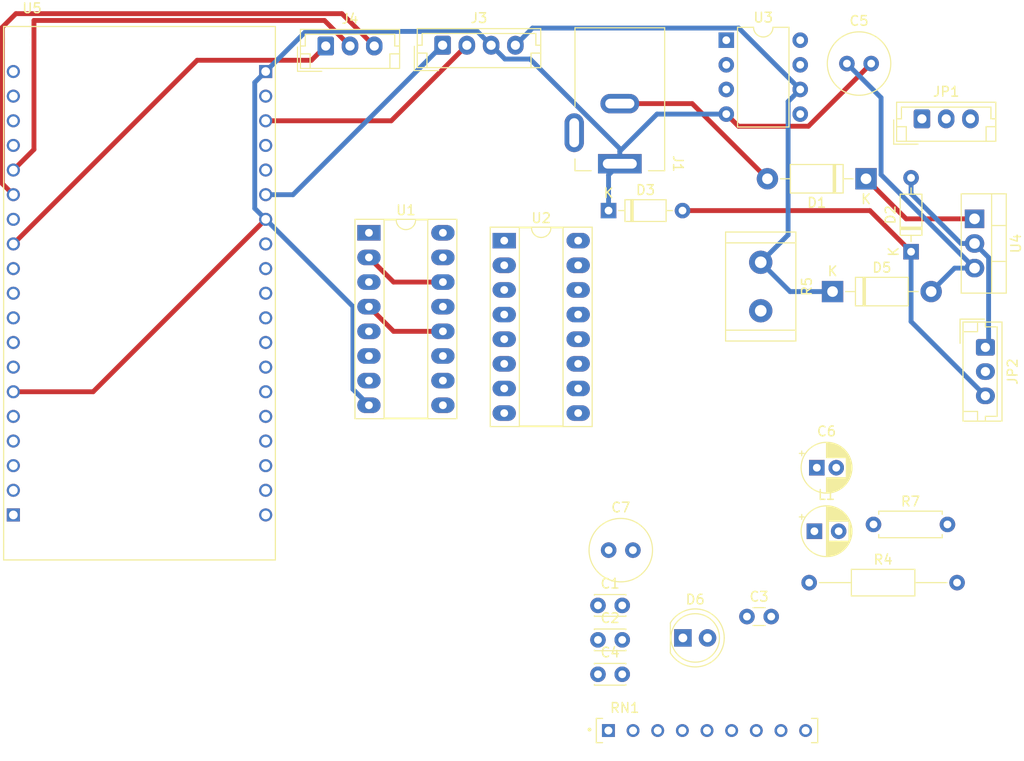
<source format=kicad_pcb>
(kicad_pcb (version 20221018) (generator pcbnew)
  (layers (0 "F.Cu" signal) (31 "B.Cu" signal) (34 "B.Paste" user) (35 "F.Paste" user) (36 "B.SilkS" user "B.Silkscreen") (37 "F.SilkS" user "F.Silkscreen") (38 "B.Mask" user) (39 "F.Mask" user) (44 "Edge.Cuts" user))
  (net 0 "")
  (net 1 "GNDREF")
  (net 2 "Net-(U3-TC)")
  (net 4 "/DO0")
  (net 6 "/DO1")
  (net 8 "/DO2")
  (net 10 "/DO3")
  (net 12 "/DO4")
  (net 16 "/DO5")
  (net 24 "/DO6")
  (net 32 "/DO7")
  (net 33 "Net-(D2-A)")
  (net 34 "Net-(D1-K)")
  (net 35 "+12V")
  (net 36 "VCC")
  (net 37 "+5V")
  (net 38 "Net-(D4-A)")
  (net 39 "/MCU/SDA")
  (net 40 "Net-(D5-A)")
  (net 41 "Net-(D2-K)")
  (net 42 "Net-(U3-Ipk)")
  (net 43 "Net-(U3-DC)")
  (net 44 "VCOM")
  (net 45 "Net-(D6-A)")
  (net 46 "Net-(JP1-A)")
  (net 47 "Net-(JP1-B)")
  (net 48 "Net-(U3-Vfb)")
  (net 50 "/MCU/SCL")
  (net 53 "/MCU/encA")
  (net 75 "/MCU/encB")
  (net 77 "/MCU/encButton")
  (footprint "Package_DIP:DIP-8_W7.62mm" (layer "F.Cu") (at 127.73 22.45)
    (fp_text reference "U3" (at 3.81 -2.33) (layer "F.SilkS"))
    (fp_text value "MC34063AP")
    (pad "1" thru_hole rect (at 0 0) (size 1.6 1.6) (drill 0.8) (layers "*.Cu" "*.Mask") (net 38 "Net-(D4-A)"))
    (pad "2" thru_hole oval (at 0 2.54) (size 1.6 1.6) (drill 0.8) (layers "*.Cu" "*.Mask") (net 1 "GNDREF"))
    (pad "3" thru_hole oval (at 0 5.08) (size 1.6 1.6) (drill 0.8) (layers "*.Cu" "*.Mask") (net 2 "Net-(U3-TC)"))
    (pad "4" thru_hole oval (at 0 7.62) (size 1.6 1.6) (drill 0.8) (layers "*.Cu" "*.Mask") (net 1 "GNDREF"))
    (pad "5" thru_hole oval (at 7.62 7.62) (size 1.6 1.6) (drill 0.8) (layers "*.Cu" "*.Mask") (net 48 "Net-(U3-Vfb)"))
    (pad "6" thru_hole oval (at 7.62 5.08) (size 1.6 1.6) (drill 0.8) (layers "*.Cu" "*.Mask") (net 36 "VCC"))
    (pad "7" thru_hole oval (at 7.62 2.54) (size 1.6 1.6) (drill 0.8) (layers "*.Cu" "*.Mask") (net 42 "Net-(U3-Ipk)"))
    (pad "8" thru_hole oval (at 7.62 0) (size 1.6 1.6) (drill 0.8) (layers "*.Cu" "*.Mask") (net 43 "Net-(U3-DC)"))
  )
  (footprint "Package_TO_SOT_THT:TO-220-3_Vertical" (layer "F.Cu") (at 153.31 40.87 -90)
    (fp_text reference "U4" (at 2.54 -4.27 90) (layer "F.SilkS"))
    (fp_text value "LM7805_TO220")
    (pad "1" thru_hole rect (at 0 0 270) (size 1.905 2) (drill 1.1) (layers "*.Cu" "*.Mask") (net 34 "Net-(D1-K)"))
    (pad "2" thru_hole oval (at 2.54 0 270) (size 1.905 2) (drill 1.1) (layers "*.Cu" "*.Mask") (net 33 "Net-(D2-A)"))
    (pad "3" thru_hole oval (at 5.08 0 270) (size 1.905 2) (drill 1.1) (layers "*.Cu" "*.Mask") (net 40 "Net-(D5-A)"))
  )
  (footprint "Connector_JST:JST_EH_B3B-EH-A_1x03_P2.50mm_Vertical" (layer "F.Cu") (at 147.89 30.56)
    (fp_text reference "JP1" (at 2.5 -2.8) (layer "F.SilkS"))
    (fp_text value "Jumper_3_Bridged12")
    (pad "1" thru_hole roundrect (at 0 0) (size 1.7 1.95) (drill 0.95) (layers "*.Cu" "*.Mask") (roundrect_rratio 0.147059) (net 46 "Net-(JP1-A)"))
    (pad "2" thru_hole oval (at 2.5 0) (size 1.7 1.95) (drill 0.95) (layers "*.Cu" "*.Mask") (net 47 "Net-(JP1-B)"))
    (pad "3" thru_hole oval (at 5 0) (size 1.7 1.95) (drill 0.95) (layers "*.Cu" "*.Mask") (net 47 "Net-(JP1-B)"))
  )
  (footprint "Diode_THT:D_DO-35_SOD27_P7.62mm_Horizontal" (layer "F.Cu") (at 115.6 40.02)
    (fp_text reference "D3" (at 3.81 -2.12) (layer "F.SilkS"))
    (fp_text value "1N4148")
    (fp_text user "K" (at 0 -1.8) (layer "F.SilkS"))
    (pad "1" thru_hole rect (at 0 0) (size 1.6 1.6) (drill 0.8) (layers "*.Cu" "*.Mask") (net 1 "GNDREF"))
    (pad "2" thru_hole oval (at 7.62 0) (size 1.6 1.6) (drill 0.8) (layers "*.Cu" "*.Mask") (net 41 "Net-(D2-K)"))
  )
  (footprint "Capacitor_THT:C_Disc_D3.0mm_W1.6mm_P2.50mm" (layer "F.Cu") (at 129.86 81.88)
    (fp_text reference "C3" (at 1.25 -2.05) (layer "F.SilkS"))
    (fp_text value "1n")
    (pad "1" thru_hole circle (at 0 0) (size 1.6 1.6) (drill 0.8) (layers "*.Cu" "*.Mask") (net 1 "GNDREF"))
    (pad "2" thru_hole circle (at 2.5 0) (size 1.6 1.6) (drill 0.8) (layers "*.Cu" "*.Mask") (net 2 "Net-(U3-TC)"))
  )
  (footprint "Diode_THT:D_DO-41_SOD81_P10.16mm_Horizontal" (layer "F.Cu") (at 138.68 48.37)
    (fp_text reference "D5" (at 5.08 -2.47) (layer "F.SilkS"))
    (fp_text value "1N4001")
    (fp_text user "K" (at 0 -2.1) (layer "F.SilkS"))
    (pad "1" thru_hole rect (at 0 0) (size 2.2 2.2) (drill 1.1) (layers "*.Cu" "*.Mask") (net 36 "VCC"))
    (pad "2" thru_hole oval (at 10.16 0) (size 2.2 2.2) (drill 1.1) (layers "*.Cu" "*.Mask") (net 40 "Net-(D5-A)"))
  )
  (footprint "Connector_BarrelJack:BarrelJack_Kycon_KLDX-0202-xC_Horizontal" (layer "F.Cu") (at 116.76 35.19 -90)
    (fp_text reference "J1" (at 0 -6 -90 unlocked) (layer "F.SilkS"))
    (fp_text value "Barrel_Jack")
    (pad "1" thru_hole rect (at 0 0 270) (size 2 4.5) (drill oval 1 3.5) (layers "*.Cu" "*.Mask") (net 1 "GNDREF"))
    (pad "2" thru_hole oval (at -6.2 0 270) (size 2 4) (drill oval 1 3) (layers "*.Cu" "*.Mask") (net 35 "+12V"))
    (pad "3" thru_hole oval (at -3.2 4.7) (size 2 4) (drill oval 1 3) (layers "*.Cu" "*.Mask"))
  )
  (footprint "LED_THT:LED_D5.0mm" (layer "F.Cu") (at 123.26 84.08)
    (fp_text reference "D6" (at 1.27 -3.96) (layer "F.SilkS"))
    (fp_text value "RED")
    (pad "1" thru_hole rect (at 0 0) (size 1.8 1.8) (drill 0.9) (layers "*.Cu" "*.Mask") (net 1 "GNDREF"))
    (pad "2" thru_hole circle (at 2.54 0) (size 1.8 1.8) (drill 0.9) (layers "*.Cu" "*.Mask") (net 45 "Net-(D6-A)"))
  )
  (footprint "Connector_JST:JST_EH_B4B-EH-A_1x04_P2.50mm_Vertical" (layer "F.Cu") (at 98.5 22.97)
    (fp_text reference "J3" (at 3.75 -2.8) (layer "F.SilkS"))
    (fp_text value "Conn_01x04_Pin")
    (pad "1" thru_hole roundrect (at 0 0) (size 1.7 1.95) (drill 0.95) (layers "*.Cu" "*.Mask") (roundrect_rratio 0.147059) (net 39 "/MCU/SDA"))
    (pad "2" thru_hole oval (at 2.5 0) (size 1.7 1.95) (drill 0.95) (layers "*.Cu" "*.Mask") (net 50 "/MCU/SCL"))
    (pad "3" thru_hole oval (at 5 0) (size 1.7 1.95) (drill 0.95) (layers "*.Cu" "*.Mask") (net 1 "GNDREF"))
    (pad "4" thru_hole oval (at 7.5 0) (size 1.7 1.95) (drill 0.95) (layers "*.Cu" "*.Mask") (net 36 "VCC"))
  )
  (footprint "AndrewLib:SIP249W50P254L2281H508Q9" (layer "F.Cu") (at 125.745 93.63)
    (fp_text reference "RN1" (at -8.48 -2.335) (layer "F.SilkS"))
    (fp_text value "4609X-101-103LF")
    (pad "1" thru_hole rect (at -10.16 0) (size 1.328 1.328) (drill 0.82) (layers "*.Cu" "*.Mask") (net 36 "VCC"))
    (pad "2" thru_hole circle (at -7.62 0) (size 1.328 1.328) (drill 0.82) (layers "*.Cu" "*.Mask") (net 4 "/DO0"))
    (pad "3" thru_hole circle (at -5.08 0) (size 1.328 1.328) (drill 0.82) (layers "*.Cu" "*.Mask") (net 6 "/DO1"))
    (pad "4" thru_hole circle (at -2.54 0) (size 1.328 1.328) (drill 0.82) (layers "*.Cu" "*.Mask") (net 8 "/DO2"))
    (pad "5" thru_hole circle (at 0 0) (size 1.328 1.328) (drill 0.82) (layers "*.Cu" "*.Mask") (net 10 "/DO3"))
    (pad "6" thru_hole circle (at 2.54 0) (size 1.328 1.328) (drill 0.82) (layers "*.Cu" "*.Mask") (net 12 "/DO4"))
    (pad "7" thru_hole circle (at 5.08 0) (size 1.328 1.328) (drill 0.82) (layers "*.Cu" "*.Mask") (net 16 "/DO5"))
    (pad "8" thru_hole circle (at 7.62 0) (size 1.328 1.328) (drill 0.82) (layers "*.Cu" "*.Mask") (net 24 "/DO6"))
    (pad "9" thru_hole circle (at 10.16 0) (size 1.328 1.328) (drill 0.82) (layers "*.Cu" "*.Mask") (net 32 "/DO7"))
  )
  (footprint "Connector_JST:JST_EH_B3B-EH-A_1x03_P2.50mm_Vertical" (layer "F.Cu") (at 86.46 23.05)
    (fp_text reference "J4" (at 2.5 -2.8) (layer "F.SilkS"))
    (fp_text value "Conn_01x03_Pin")
    (pad "1" thru_hole roundrect (at 0 0) (size 1.7 1.95) (drill 0.95) (layers "*.Cu" "*.Mask") (roundrect_rratio 0.147059) (net 53 "/MCU/encA"))
    (pad "2" thru_hole oval (at 2.5 0) (size 1.7 1.95) (drill 0.95) (layers "*.Cu" "*.Mask") (net 75 "/MCU/encB"))
    (pad "3" thru_hole oval (at 5 0) (size 1.7 1.95) (drill 0.95) (layers "*.Cu" "*.Mask") (net 77 "/MCU/encButton"))
  )
  (footprint "Package_DIP:DIP-16_W7.62mm_Socket_LongPads" (layer "F.Cu") (at 104.85 43.12)
    (fp_text reference "U2" (at 3.81 -2.33) (layer "F.SilkS"))
    (fp_text value "74LS367")
    (pad "1" thru_hole rect (at 0 0) (size 2.4 1.6) (drill 0.8) (layers "*.Cu" "*.Mask"))
    (pad "2" thru_hole oval (at 0 2.54) (size 2.4 1.6) (drill 0.8) (layers "*.Cu" "*.Mask"))
    (pad "3" thru_hole oval (at 0 5.08) (size 2.4 1.6) (drill 0.8) (layers "*.Cu" "*.Mask"))
    (pad "4" thru_hole oval (at 0 7.62) (size 2.4 1.6) (drill 0.8) (layers "*.Cu" "*.Mask"))
    (pad "5" thru_hole oval (at 0 10.16) (size 2.4 1.6) (drill 0.8) (layers "*.Cu" "*.Mask"))
    (pad "6" thru_hole oval (at 0 12.7) (size 2.4 1.6) (drill 0.8) (layers "*.Cu" "*.Mask"))
    (pad "7" thru_hole oval (at 0 15.24) (size 2.4 1.6) (drill 0.8) (layers "*.Cu" "*.Mask"))
    (pad "8" thru_hole oval (at 0 17.78) (size 2.4 1.6) (drill 0.8) (layers "*.Cu" "*.Mask") (net 1 "GNDREF"))
    (pad "9" thru_hole oval (at 7.62 17.78) (size 2.4 1.6) (drill 0.8) (layers "*.Cu" "*.Mask"))
    (pad "10" thru_hole oval (at 7.62 15.24) (size 2.4 1.6) (drill 0.8) (layers "*.Cu" "*.Mask"))
    (pad "11" thru_hole oval (at 7.62 12.7) (size 2.4 1.6) (drill 0.8) (layers "*.Cu" "*.Mask"))
    (pad "12" thru_hole oval (at 7.62 10.16) (size 2.4 1.6) (drill 0.8) (layers "*.Cu" "*.Mask"))
    (pad "13" thru_hole oval (at 7.62 7.62) (size 2.4 1.6) (drill 0.8) (layers "*.Cu" "*.Mask"))
    (pad "14" thru_hole oval (at 7.62 5.08) (size 2.4 1.6) (drill 0.8) (layers "*.Cu" "*.Mask"))
    (pad "15" thru_hole oval (at 7.62 2.54) (size 2.4 1.6) (drill 0.8) (layers "*.Cu" "*.Mask"))
    (pad "16" thru_hole oval (at 7.62 0) (size 2.4 1.6) (drill 0.8) (layers "*.Cu" "*.Mask") (net 37 "+5V"))
  )
  (footprint "Diode_THT:D_DO-41_SOD81_P10.16mm_Horizontal" (layer "F.Cu") (at 142.13 36.74 180)
    (fp_text reference "D1" (at 5.08 -2.47) (layer "F.SilkS"))
    (fp_text value "1N4001")
    (fp_text user "K" (at 0 -2.1) (layer "F.SilkS"))
    (pad "1" thru_hole rect (at 0 0 180) (size 2.2 2.2) (drill 1.1) (layers "*.Cu" "*.Mask") (net 34 "Net-(D1-K)"))
    (pad "2" thru_hole oval (at 10.16 0 180) (size 2.2 2.2) (drill 1.1) (layers "*.Cu" "*.Mask") (net 35 "+12V"))
  )
  (footprint "Diode_THT:D_DO-35_SOD27_P7.62mm_Horizontal" (layer "F.Cu") (at 146.77 44.26 90)
    (fp_text reference "D2" (at 3.81 -2.12 90) (layer "F.SilkS"))
    (fp_text value "1N4148")
    (fp_text user "K" (at 0 -1.8 90) (layer "F.SilkS"))
    (pad "1" thru_hole rect (at 0 0 90) (size 1.6 1.6) (drill 0.8) (layers "*.Cu" "*.Mask") (net 41 "Net-(D2-K)"))
    (pad "2" thru_hole oval (at 7.62 0 90) (size 1.6 1.6) (drill 0.8) (layers "*.Cu" "*.Mask") (net 33 "Net-(D2-A)"))
  )
  (footprint "Capacitor_THT:C_Disc_D3.0mm_W2.0mm_P2.50mm" (layer "F.Cu") (at 114.51 80.73)
    (fp_text reference "C1" (at 1.25 -2.25) (layer "F.SilkS"))
    (fp_text value "100n")
    (pad "1" thru_hole circle (at 0 0) (size 1.6 1.6) (drill 0.8) (layers "*.Cu" "*.Mask") (net 36 "VCC"))
    (pad "2" thru_hole circle (at 2.5 0) (size 1.6 1.6) (drill 0.8) (layers "*.Cu" "*.Mask") (net 1 "GNDREF"))
  )
  (footprint "AndrewLib:MODULE_ESP32_NODEMCU" (layer "F.Cu") (at 67.27 48.54)
    (fp_text reference "U5" (at -11.075 -29.385) (layer "F.SilkS"))
    (fp_text value "ESP32_NODEMCU")
    (pad "" np_thru_hole circle (at -12.5 -26) (size 2.25 2.25) (drill 2.25) (layers "*.Cu" "*.Mask"))
    (pad "" np_thru_hole circle (at -12.5 26) (size 2.25 2.25) (drill 2.25) (layers "*.Cu" "*.Mask"))
    (pad "" np_thru_hole circle (at 12.5 -26) (size 2.25 2.25) (drill 2.25) (layers "*.Cu" "*.Mask"))
    (pad "" np_thru_hole circle (at 12.5 26) (size 2.25 2.25) (drill 2.25) (layers "*.Cu" "*.Mask"))
    (pad "J4_1" thru_hole rect (at 13 -22.86) (size 1.35 1.35) (drill 0.9) (layers "*.Cu" "*.Mask") (net 1 "GNDREF"))
    (pad "J4_2" thru_hole circle (at 13 -20.32) (size 1.35 1.35) (drill 0.9) (layers "*.Cu" "*.Mask"))
    (pad "J4_3" thru_hole circle (at 13 -17.78) (size 1.35 1.35) (drill 0.9) (layers "*.Cu" "*.Mask") (net 50 "/MCU/SCL"))
    (pad "J4_4" thru_hole circle (at 13 -15.24) (size 1.35 1.35) (drill 0.9) (layers "*.Cu" "*.Mask"))
    (pad "J4_5" thru_hole circle (at 13 -12.7) (size 1.35 1.35) (drill 0.9) (layers "*.Cu" "*.Mask"))
    (pad "J4_6" thru_hole circle (at 13 -10.16) (size 1.35 1.35) (drill 0.9) (layers "*.Cu" "*.Mask") (net 39 "/MCU/SDA"))
    (pad "J4_7" thru_hole circle (at 13 -7.62) (size 1.35 1.35) (drill 0.9) (layers "*.Cu" "*.Mask") (net 1 "GNDREF"))
    (pad "J4_8" thru_hole circle (at 13 -5.08) (size 1.35 1.35) (drill 0.9) (layers "*.Cu" "*.Mask"))
    (pad "J4_9" thru_hole circle (at 13 -2.54) (size 1.35 1.35) (drill 0.9) (layers "*.Cu" "*.Mask"))
    (pad "J4_10" thru_hole circle (at 13 0) (size 1.35 1.35) (drill 0.9) (layers "*.Cu" "*.Mask"))
    (pad "J4_11" thru_hole circle (at 13 2.54) (size 1.35 1.35) (drill 0.9) (layers "*.Cu" "*.Mask"))
    (pad "J4_12" thru_hole circle (at 13 5.08) (size 1.35 1.35) (drill 0.9) (layers "*.Cu" "*.Mask"))
    (pad "J4_13" thru_hole circle (at 13 7.62) (size 1.35 1.35) (drill 0.9) (layers "*.Cu" "*.Mask"))
    (pad "J4_14" thru_hole circle (at 13 10.16) (size 1.35 1.35) (drill 0.9) (layers "*.Cu" "*.Mask"))
    (pad "J4_15" thru_hole circle (at 13 12.7) (size 1.35 1.35) (drill 0.9) (layers "*.Cu" "*.Mask"))
    (pad "J4_16" thru_hole circle (at 13 15.24) (size 1.35 1.35) (drill 0.9) (layers "*.Cu" "*.Mask"))
    (pad "J4_17" thru_hole circle (at 13 17.78) (size 1.35 1.35) (drill 0.9) (layers "*.Cu" "*.Mask"))
    (pad "J4_18" thru_hole circle (at 13 20.32) (size 1.35 1.35) (drill 0.9) (layers "*.Cu" "*.Mask"))
    (pad "J4_19" thru_hole circle (at 13 22.86) (size 1.35 1.35) (drill 0.9) (layers "*.Cu" "*.Mask"))
    (pad "J5_1" thru_hole rect (at -13 22.86) (size 1.35 1.35) (drill 0.9) (layers "*.Cu" "*.Mask") (net 36 "VCC"))
    (pad "J5_2" thru_hole circle (at -13 20.32) (size 1.35 1.35) (drill 0.9) (layers "*.Cu" "*.Mask"))
    (pad "J5_3" thru_hole circle (at -13 17.78) (size 1.35 1.35) (drill 0.9) (layers "*.Cu" "*.Mask"))
    (pad "J5_4" thru_hole circle (at -13 15.24) (size 1.35 1.35) (drill 0.9) (layers "*.Cu" "*.Mask"))
    (pad "J5_5" thru_hole circle (at -13 12.7) (size 1.35 1.35) (drill 0.9) (layers "*.Cu" "*.Mask"))
    (pad "J5_6" thru_hole circle (at -13 10.16) (size 1.35 1.35) (drill 0.9) (layers "*.Cu" "*.Mask") (net 1 "GNDREF"))
    (pad "J5_7" thru_hole circle (at -13 7.62) (size 1.35 1.35) (drill 0.9) (layers "*.Cu" "*.Mask"))
    (pad "J5_8" thru_hole circle (at -13 5.08) (size 1.35 1.35) (drill 0.9) (layers "*.Cu" "*.Mask"))
    (pad "J5_9" thru_hole circle (at -13 2.54) (size 1.35 1.35) (drill 0.9) (layers "*.Cu" "*.Mask"))
    (pad "J5_10" thru_hole circle (at -13 0) (size 1.35 1.35) (drill 0.9) (layers "*.Cu" "*.Mask"))
    (pad "J5_11" thru_hole circle (at -13 -2.54) (size 1.35 1.35) (drill 0.9) (layers "*.Cu" "*.Mask"))
    (pad "J5_12" thru_hole circle (at -13 -5.08) (size 1.35 1.35) (drill 0.9) (layers "*.Cu" "*.Mask") (net 53 "/MCU/encA"))
    (pad "J5_13" thru_hole circle (at -13 -7.62) (size 1.35 1.35) (drill 0.9) (layers "*.Cu" "*.Mask"))
    (pad "J5_14" thru_hole circle (at -13 -10.16) (size 1.35 1.35) (drill 0.9) (layers "*.Cu" "*.Mask") (net 77 "/MCU/encButton"))
    (pad "J5_15" thru_hole circle (at -13 -12.7) (size 1.35 1.35) (drill 0.9) (layers "*.Cu" "*.Mask") (net 75 "/MCU/encB"))
    (pad "J5_16" thru_hole circle (at -13 -15.24) (size 1.35 1.35) (drill 0.9) (layers "*.Cu" "*.Mask"))
    (pad "J5_17" thru_hole circle (at -13 -17.78) (size 1.35 1.35) (drill 0.9) (layers "*.Cu" "*.Mask"))
    (pad "J5_18" thru_hole circle (at -13 -20.32) (size 1.35 1.35) (drill 0.9) (layers "*.Cu" "*.Mask"))
    (pad "J5_19" thru_hole circle (at -13 -22.86) (size 1.35 1.35) (drill 0.9) (layers "*.Cu" "*.Mask"))
  )
  (footprint "Capacitor_THT:C_Radial_D6.3mm_H5.0mm_P2.50mm" (layer "F.Cu") (at 115.61 75.03)
    (fp_text reference "C7" (at 1.25 -4.4) (layer "F.SilkS"))
    (fp_text value "33u")
    (pad "1" thru_hole circle (at 0 0) (size 1.6 1.6) (drill 0.8) (layers "*.Cu" "*.Mask") (net 36 "VCC"))
    (pad "2" thru_hole circle (at 2.5 0) (size 1.6 1.6) (drill 0.8) (layers "*.Cu" "*.Mask") (net 1 "GNDREF"))
  )
  (footprint "Capacitor_THT:C_Disc_D3.0mm_W2.0mm_P2.50mm" (layer "F.Cu") (at 114.51 84.28)
    (fp_text reference "C2" (at 1.25 -2.25) (layer "F.SilkS"))
    (fp_text value "100n")
    (pad "1" thru_hole circle (at 0 0) (size 1.6 1.6) (drill 0.8) (layers "*.Cu" "*.Mask") (net 36 "VCC"))
    (pad "2" thru_hole circle (at 2.5 0) (size 1.6 1.6) (drill 0.8) (layers "*.Cu" "*.Mask") (net 1 "GNDREF"))
  )
  (footprint "Capacitor_THT:CP_Radial_D5.0mm_P2.50mm" (layer "F.Cu") (at 136.809775 73.08)
    (fp_text reference "L1" (at 1.25 -3.75) (layer "F.SilkS"))
    (fp_text value "100uH")
    (pad "1" thru_hole rect (at 0 0) (size 1.6 1.6) (drill 0.8) (layers "*.Cu" "*.Mask") (net 38 "Net-(D4-A)"))
    (pad "2" thru_hole circle (at 2.5 0) (size 1.6 1.6) (drill 0.8) (layers "*.Cu" "*.Mask") (net 42 "Net-(U3-Ipk)"))
  )
  (footprint "Resistor_THT:R_Axial_DIN0207_L6.3mm_D2.5mm_P7.62mm_Horizontal" (layer "F.Cu") (at 142.9 72.38)
    (fp_text reference "R7" (at 3.81 -2.37) (layer "F.SilkS"))
    (fp_text value "1.2k")
    (pad "1" thru_hole circle (at 0 0) (size 1.6 1.6) (drill 0.8) (layers "*.Cu" "*.Mask") (net 36 "VCC"))
    (pad "2" thru_hole oval (at 7.62 0) (size 1.6 1.6) (drill 0.8) (layers "*.Cu" "*.Mask") (net 45 "Net-(D6-A)"))
  )
  (footprint "Connector_JST:JST_EH_B3B-EH-A_1x03_P2.50mm_Vertical" (layer "F.Cu") (at 154.43 54.12 -90)
    (fp_text reference "JP2" (at 2.5 -2.8 90) (layer "F.SilkS"))
    (fp_text value "Jumper_3_Bridged12")
    (pad "1" thru_hole roundrect (at 0 0 270) (size 1.7 1.95) (drill 0.95) (layers "*.Cu" "*.Mask") (roundrect_rratio 0.147059) (net 33 "Net-(D2-A)"))
    (pad "2" thru_hole oval (at 2.5 0 270) (size 1.7 1.95) (drill 0.95) (layers "*.Cu" "*.Mask") (net 1 "GNDREF"))
    (pad "3" thru_hole oval (at 5 0 270) (size 1.7 1.95) (drill 0.95) (layers "*.Cu" "*.Mask") (net 41 "Net-(D2-K)"))
  )
  (footprint "Package_DIP:DIP-16_W7.62mm_Socket_LongPads" (layer "F.Cu") (at 90.91 42.31)
    (fp_text reference "U1" (at 3.81 -2.33) (layer "F.SilkS"))
    (fp_text value "74LS367")
    (pad "1" thru_hole rect (at 0 0) (size 2.4 1.6) (drill 0.8) (layers "*.Cu" "*.Mask"))
    (pad "2" thru_hole oval (at 0 2.54) (size 2.4 1.6) (drill 0.8) (layers "*.Cu" "*.Mask") (net 4 "/DO0"))
    (pad "3" thru_hole oval (at 0 5.08) (size 2.4 1.6) (drill 0.8) (layers "*.Cu" "*.Mask"))
    (pad "4" thru_hole oval (at 0 7.62) (size 2.4 1.6) (drill 0.8) (layers "*.Cu" "*.Mask") (net 6 "/DO1"))
    (pad "5" thru_hole oval (at 0 10.16) (size 2.4 1.6) (drill 0.8) (layers "*.Cu" "*.Mask"))
    (pad "6" thru_hole oval (at 0 12.7) (size 2.4 1.6) (drill 0.8) (layers "*.Cu" "*.Mask") (net 8 "/DO2"))
    (pad "7" thru_hole oval (at 0 15.24) (size 2.4 1.6) (drill 0.8) (layers "*.Cu" "*.Mask"))
    (pad "8" thru_hole oval (at 0 17.78) (size 2.4 1.6) (drill 0.8) (layers "*.Cu" "*.Mask") (net 1 "GNDREF"))
    (pad "9" thru_hole oval (at 7.62 17.78) (size 2.4 1.6) (drill 0.8) (layers "*.Cu" "*.Mask"))
    (pad "10" thru_hole oval (at 7.62 15.24) (size 2.4 1.6) (drill 0.8) (layers "*.Cu" "*.Mask") (net 10 "/DO3"))
    (pad "11" thru_hole oval (at 7.62 12.7) (size 2.4 1.6) (drill 0.8) (layers "*.Cu" "*.Mask"))
    (pad "12" thru_hole oval (at 7.62 10.16) (size 2.4 1.6) (drill 0.8) (layers "*.Cu" "*.Mask") (net 6 "/DO1"))
    (pad "13" thru_hole oval (at 7.62 7.62) (size 2.4 1.6) (drill 0.8) (layers "*.Cu" "*.Mask"))
    (pad "14" thru_hole oval (at 7.62 5.08) (size 2.4 1.6) (drill 0.8) (layers "*.Cu" "*.Mask") (net 4 "/DO0"))
    (pad "15" thru_hole oval (at 7.62 2.54) (size 2.4 1.6) (drill 0.8) (layers "*.Cu" "*.Mask"))
    (pad "16" thru_hole oval (at 7.62 0) (size 2.4 1.6) (drill 0.8) (layers "*.Cu" "*.Mask") (net 37 "+5V"))
  )
  (footprint "Resistor_THT:R_Axial_DIN0207_L6.3mm_D2.5mm_P15.24mm_Horizontal" (layer "F.Cu") (at 136.27 78.38)
    (fp_text reference "R4" (at 7.62 -2.37) (layer "F.SilkS"))
    (fp_text value "220")
    (pad "1" thru_hole circle (at 0 0) (size 1.6 1.6) (drill 0.8) (layers "*.Cu" "*.Mask") (net 43 "Net-(U3-DC)"))
    (pad "2" thru_hole oval (at 15.24 0) (size 1.6 1.6) (drill 0.8) (layers "*.Cu" "*.Mask") (net 42 "Net-(U3-Ipk)"))
  )
  (footprint "Capacitor_THT:C_Disc_D3.0mm_W2.0mm_P2.50mm" (layer "F.Cu") (at 114.51 87.83)
    (fp_text reference "C4" (at 1.25 -2.25) (layer "F.SilkS"))
    (fp_text value "100n")
    (pad "1" thru_hole circle (at 0 0) (size 1.6 1.6) (drill 0.8) (layers "*.Cu" "*.Mask") (net 40 "Net-(D5-A)"))
    (pad "2" thru_hole circle (at 2.5 0) (size 1.6 1.6) (drill 0.8) (layers "*.Cu" "*.Mask") (net 1 "GNDREF"))
  )
  (footprint "Resistor_THT:R_Radial_Power_L11.0mm_W7.0mm_P5.00mm" (layer "F.Cu") (at 131.28 45.35 -90)
    (fp_text reference "R5" (at 2.5 -4.75 90) (layer "F.SilkS"))
    (fp_text value "0.33/10W")
    (pad "1" thru_hole circle (at 0 0 270) (size 2.4 2.4) (drill 1.2) (layers "*.Cu" "*.Mask") (net 36 "VCC"))
    (pad "2" thru_hole circle (at 5 0 270) (size 2.4 2.4) (drill 1.2) (layers "*.Cu" "*.Mask") (net 42 "Net-(U3-Ipk)"))
  )
  (footprint "Capacitor_THT:CP_Radial_D5.0mm_P2.00mm" (layer "F.Cu") (at 137.059775 66.53)
    (fp_text reference "C6" (at 1 -3.75) (layer "F.SilkS"))
    (fp_text value "47u/35v")
    (pad "1" thru_hole rect (at 0 0) (size 1.6 1.6) (drill 0.8) (layers "*.Cu" "*.Mask") (net 44 "VCOM"))
    (pad "2" thru_hole circle (at 2 0) (size 1.6 1.6) (drill 0.8) (layers "*.Cu" "*.Mask") (net 1 "GNDREF"))
  )
  (footprint "Capacitor_THT:C_Radial_D6.3mm_H5.0mm_P2.50mm" (layer "F.Cu") (at 140.16 24.86)
    (fp_text reference "C5" (at 1.25 -4.4) (layer "F.SilkS"))
    (fp_text value "3.3u")
    (pad "1" thru_hole circle (at 0 0) (size 1.6 1.6) (drill 0.8) (layers "*.Cu" "*.Mask") (net 40 "Net-(D5-A)"))
    (pad "2" thru_hole circle (at 2.5 0) (size 1.6 1.6) (drill 0.8) (layers "*.Cu" "*.Mask") (net 1 "GNDREF"))
  )
  (segment (start 136.2 31.32) (end 128.98 31.32) (width 0.5) (layer "F.Cu") (net 1))
  (segment (start 142.66 24.86) (end 136.2 31.32) (width 0.5) (layer "F.Cu") (net 1))
  (segment (start 128.98 31.32) (end 127.73 30.07) (width 0.5) (layer "F.Cu") (net 1))
  (segment (start 54.27 58.7) (end 62.49 58.7) (width 0.5) (layer "F.Cu") (net 1))
  (segment (start 62.49 58.7) (end 80.27 40.92) (width 0.5) (layer "F.Cu") (net 1))
  (segment (start 80.27 40.92) (end 79.145 39.795) (width 0.5) (layer "B.Cu") (net 1))
  (segment (start 104.925 24.395) (end 103.5 22.97) (width 0.5) (layer "B.Cu") (net 1))
  (segment (start 102.075 21.545) (end 103.5 22.97) (width 0.5) (layer "B.Cu") (net 1))
  (segment (start 116.76 33.9) (end 116.76 33.63939) (width 0.5) (layer "B.Cu") (net 1))
  (segment (start 89.26 58.44) (end 89.26 49.91) (width 0.5) (layer "B.Cu") (net 1))
  (segment (start 107.51561 24.395) (end 104.925 24.395) (width 0.5) (layer "B.Cu") (net 1))
  (segment (start 80.27 25.68) (end 84.405 21.545) (width 0.5) (layer "B.Cu") (net 1))
  (segment (start 79.145 39.795) (end 79.145 26.805) (width 0.5) (layer "B.Cu") (net 1))
  (segment (start 79.145 26.805) (end 80.27 25.68) (width 0.5) (layer "B.Cu") (net 1))
  (segment (start 116.76 33.63939) (end 107.51561 24.395) (width 0.5) (layer "B.Cu") (net 1))
  (segment (start 127.73 30.07) (end 120.59 30.07) (width 0.5) (layer "B.Cu") (net 1))
  (segment (start 84.405 21.545) (end 102.075 21.545) (width 0.5) (layer "B.Cu") (net 1))
  (segment (start 89.26 49.91) (end 80.27 40.92) (width 0.5) (layer "B.Cu") (net 1))
  (segment (start 90.91 60.09) (end 89.26 58.44) (width 0.5) (layer "B.Cu") (net 1))
  (segment (start 116.76 35.19) (end 116.76 33.9) (width 0.5) (layer "B.Cu") (net 1))
  (segment (start 115.6 40.02) (end 115.6 36.35) (width 0.5) (layer "B.Cu") (net 1))
  (segment (start 115.6 36.35) (end 116.76 35.19) (width 0.5) (layer "B.Cu") (net 1))
  (segment (start 120.59 30.07) (end 116.76 33.9) (width 0.5) (layer "B.Cu") (net 1))
  (segment (start 98.53 47.39) (end 93.45 47.39) (width 0.5) (layer "F.Cu") (net 4))
  (segment (start 93.45 47.39) (end 90.91 44.85) (width 0.5) (layer "F.Cu") (net 4))
  (segment (start 98.53 52.47) (end 93.45 52.47) (width 0.5) (layer "F.Cu") (net 6))
  (segment (start 93.45 52.47) (end 90.91 49.93) (width 0.5) (layer "F.Cu") (net 6))
  (segment (start 153.31 43.41) (end 154.76 44.86) (width 0.5) (layer "B.Cu") (net 33))
  (segment (start 151.905 43.41) (end 146.77 38.275) (width 0.5) (layer "B.Cu") (net 33))
  (segment (start 154.76 53.79) (end 154.43 54.12) (width 0.5) (layer "B.Cu") (net 33))
  (segment (start 154.76 44.86) (end 154.76 53.79) (width 0.5) (layer "B.Cu") (net 33))
  (segment (start 153.31 43.41) (end 151.905 43.41) (width 0.5) (layer "B.Cu") (net 33))
  (segment (start 146.77 38.275) (end 146.77 36.64) (width 0.5) (layer "B.Cu") (net 33))
  (segment (start 153.31 40.87) (end 146.26 40.87) (width 0.5) (layer "F.Cu") (net 34))
  (segment (start 146.26 40.87) (end 142.13 36.74) (width 0.5) (layer "F.Cu") (net 34))
  (segment (start 116.76 28.99) (end 124.22 28.99) (width 0.5) (layer "F.Cu") (net 35))
  (segment (start 124.22 28.99) (end 131.97 36.74) (width 0.5) (layer "F.Cu") (net 35))
  (segment (start 129.02 21.2) (end 135.35 27.53) (width 0.5) (layer "B.Cu") (net 36))
  (segment (start 134.1 28.78) (end 135.35 27.53) (width 0.5) (layer "B.Cu") (net 36))
  (segment (start 134.3 48.37) (end 131.28 45.35) (width 0.5) (layer "B.Cu") (net 36))
  (segment (start 138.68 48.37) (end 134.3 48.37) (width 0.5) (layer "B.Cu") (net 36))
  (segment (start 131.28 45.35) (end 134.1 42.53) (width 0.5) (layer "B.Cu") (net 36))
  (segment (start 107.77 21.2) (end 129.02 21.2) (width 0.5) (layer "B.Cu") (net 36))
  (segment (start 134.1 42.53) (end 134.1 28.78) (width 0.5) (layer "B.Cu") (net 36))
  (segment (start 106 22.97) (end 107.77 21.2) (width 0.5) (layer "B.Cu") (net 36))
  (segment (start 80.27 38.38) (end 83.09 38.38) (width 0.5) (layer "B.Cu") (net 39))
  (segment (start 83.09 38.38) (end 98.5 22.97) (width 0.5) (layer "B.Cu") (net 39))
  (segment (start 140.16 24.86) (end 143.68 28.38) (width 0.5) (layer "B.Cu") (net 40))
  (segment (start 151.26 45.95) (end 148.84 48.37) (width 0.5) (layer "B.Cu") (net 40))
  (segment (start 143.68 36.32) (end 153.31 45.95) (width 0.5) (layer "B.Cu") (net 40))
  (segment (start 153.31 45.95) (end 151.26 45.95) (width 0.5) (layer "B.Cu") (net 40))
  (segment (start 143.68 28.38) (end 143.68 36.32) (width 0.5) (layer "B.Cu") (net 40))
  (segment (start 142.53 40.02) (end 146.77 44.26) (width 0.5) (layer "F.Cu") (net 41))
  (segment (start 123.22 40.02) (end 142.53 40.02) (width 0.5) (layer "F.Cu") (net 41))
  (segment (start 154.43 59.12) (end 146.77 51.46) (width 0.5) (layer "B.Cu") (net 41))
  (segment (start 146.77 51.46) (end 146.77 44.26) (width 0.5) (layer "B.Cu") (net 41))
  (segment (start 93.21 30.76) (end 80.27 30.76) (width 0.5) (layer "F.Cu") (net 50))
  (segment (start 101 22.97) (end 93.21 30.76) (width 0.5) (layer "F.Cu") (net 50))
  (segment (start 84.99 24.52) (end 73.21 24.52) (width 0.5) (layer "F.Cu") (net 53))
  (segment (start 86.46 23.05) (end 84.99 24.52) (width 0.5) (layer "F.Cu") (net 53))
  (segment (start 73.21 24.52) (end 54.27 43.46) (width 0.5) (layer "F.Cu") (net 53))
  (segment (start 56.395 20.415) (end 86.325 20.415) (width 0.5) (layer "F.Cu") (net 75))
  (segment (start 56.395 33.715) (end 56.395 20.415) (width 0.5) (layer "F.Cu") (net 75))
  (segment (start 54.27 35.84) (end 56.395 33.715) (width 0.5) (layer "F.Cu") (net 75))
  (segment (start 86.325 20.415) (end 88.96 23.05) (width 0.5) (layer "F.Cu") (net 75))
  (segment (start 53.145 37.255) (end 53.145 21.105) (width 0.5) (layer "F.Cu") (net 77))
  (segment (start 88.125 19.715) (end 91.46 23.05) (width 0.5) (layer "F.Cu") (net 77))
  (segment (start 54.535 19.715) (end 88.125 19.715) (width 0.5) (layer "F.Cu") (net 77))
  (segment (start 54.27 38.38) (end 53.145 37.255) (width 0.5) (layer "F.Cu") (net 77))
  (segment (start 53.145 21.105) (end 54.535 19.715) (width 0.5) (layer "F.Cu") (net 77))
)
</source>
